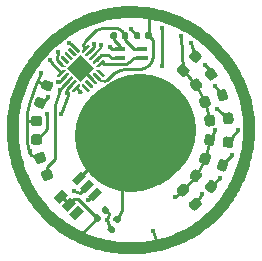
<source format=gtl>
G04 #@! TF.GenerationSoftware,KiCad,Pcbnew,(5.1.8)-1*
G04 #@! TF.CreationDate,2021-06-14T15:46:15+01:00*
G04 #@! TF.ProjectId,amulet,616d756c-6574-42e6-9b69-6361645f7063,rev?*
G04 #@! TF.SameCoordinates,Original*
G04 #@! TF.FileFunction,Copper,L1,Top*
G04 #@! TF.FilePolarity,Positive*
%FSLAX46Y46*%
G04 Gerber Fmt 4.6, Leading zero omitted, Abs format (unit mm)*
G04 Created by KiCad (PCBNEW (5.1.8)-1) date 2021-06-14 15:46:15*
%MOMM*%
%LPD*%
G01*
G04 APERTURE LIST*
G04 #@! TA.AperFunction,EtchedComponent*
%ADD10C,0.100000*%
G04 #@! TD*
G04 #@! TA.AperFunction,ComponentPad*
%ADD11C,0.850000*%
G04 #@! TD*
G04 #@! TA.AperFunction,SMDPad,CuDef*
%ADD12C,9.500000*%
G04 #@! TD*
G04 #@! TA.AperFunction,SMDPad,CuDef*
%ADD13C,0.100000*%
G04 #@! TD*
G04 #@! TA.AperFunction,SMDPad,CuDef*
%ADD14C,0.300000*%
G04 #@! TD*
G04 #@! TA.AperFunction,SMDPad,CuDef*
%ADD15R,0.900000X0.350000*%
G04 #@! TD*
G04 #@! TA.AperFunction,SMDPad,CuDef*
%ADD16R,1.000000X0.350000*%
G04 #@! TD*
G04 #@! TA.AperFunction,ViaPad*
%ADD17C,0.400000*%
G04 #@! TD*
G04 #@! TA.AperFunction,Conductor*
%ADD18C,0.250000*%
G04 #@! TD*
G04 #@! TA.AperFunction,Conductor*
%ADD19C,0.200000*%
G04 #@! TD*
G04 #@! TA.AperFunction,Conductor*
%ADD20C,0.240000*%
G04 #@! TD*
G04 APERTURE END LIST*
D10*
G04 #@! TO.C,TP1*
G36*
X99994144Y-89500463D02*
G01*
X103924657Y-91351125D01*
X103707689Y-91253061D01*
X103488388Y-91160510D01*
X103266863Y-91073570D01*
X103043226Y-90992340D01*
X102817587Y-90916916D01*
X102590057Y-90847398D01*
X102360748Y-90783882D01*
X102129769Y-90726467D01*
X101897232Y-90675250D01*
X101663248Y-90630330D01*
X101427928Y-90591803D01*
X101191381Y-90559769D01*
X100953720Y-90534324D01*
X100715055Y-90515567D01*
X100475497Y-90503595D01*
X100235156Y-90498507D01*
X99994144Y-90500400D01*
X99741605Y-90499444D01*
X99489702Y-90506017D01*
X99238568Y-90520013D01*
X98988340Y-90541330D01*
X98739154Y-90569864D01*
X98491143Y-90605512D01*
X98244445Y-90648171D01*
X97999193Y-90697736D01*
X97755524Y-90754104D01*
X97513573Y-90817172D01*
X97273475Y-90886837D01*
X97035365Y-90962994D01*
X96799379Y-91045540D01*
X96565652Y-91134373D01*
X96334319Y-91229387D01*
X96105516Y-91330481D01*
X95879378Y-91437549D01*
X95656040Y-91550490D01*
X95435638Y-91669199D01*
X95218307Y-91793573D01*
X95004182Y-91923508D01*
X94793399Y-92058902D01*
X94586093Y-92199649D01*
X94382400Y-92345648D01*
X94182453Y-92496793D01*
X93986390Y-92652983D01*
X93794346Y-92814113D01*
X93606454Y-92980081D01*
X93422852Y-93150781D01*
X93243674Y-93326112D01*
X93069056Y-93505969D01*
X92899133Y-93690249D01*
X92734040Y-93878849D01*
X92573912Y-94071664D01*
X92418886Y-94268592D01*
X92269095Y-94469529D01*
X92124677Y-94674372D01*
X91985765Y-94883017D01*
X91852495Y-95095360D01*
X91725004Y-95311298D01*
X91603424Y-95530728D01*
X91484811Y-95750315D01*
X91373063Y-95972759D01*
X91268149Y-96197900D01*
X91170035Y-96425579D01*
X91078690Y-96655638D01*
X90994080Y-96887917D01*
X90916174Y-97122256D01*
X90844939Y-97358497D01*
X90780343Y-97596480D01*
X90722352Y-97836046D01*
X90670936Y-98077036D01*
X90626060Y-98319291D01*
X90587694Y-98562650D01*
X90555803Y-98806956D01*
X90530357Y-99052049D01*
X90511322Y-99297770D01*
X90498666Y-99543959D01*
X90492357Y-99790457D01*
X90492361Y-100037105D01*
X90498648Y-100283744D01*
X90511184Y-100530214D01*
X90529936Y-100776357D01*
X90554873Y-101022013D01*
X90585962Y-101267023D01*
X90623170Y-101511227D01*
X90666465Y-101754467D01*
X90715815Y-101996583D01*
X90771186Y-102237416D01*
X90832548Y-102476807D01*
X90899867Y-102714596D01*
X90973110Y-102950625D01*
X91052246Y-103184734D01*
X91137242Y-103416763D01*
X91228065Y-103646554D01*
X91324683Y-103873948D01*
X91427064Y-104098785D01*
X91535175Y-104320905D01*
X91648984Y-104540151D01*
X91768457Y-104756362D01*
X91893564Y-104969379D01*
X92024271Y-105179043D01*
X92160546Y-105385195D01*
X92302356Y-105587676D01*
X92449669Y-105786326D01*
X92602453Y-105980986D01*
X92760675Y-106171497D01*
X92924302Y-106357700D01*
X93089629Y-106543685D01*
X93259953Y-106724217D01*
X93435114Y-106899271D01*
X93614955Y-107068825D01*
X93799316Y-107232857D01*
X93988037Y-107391344D01*
X94180960Y-107544262D01*
X94377926Y-107691590D01*
X94578775Y-107833303D01*
X94783348Y-107969380D01*
X94991486Y-108099798D01*
X95203031Y-108224533D01*
X95417822Y-108343564D01*
X95635701Y-108456866D01*
X95856509Y-108564418D01*
X96080087Y-108666197D01*
X96306275Y-108762179D01*
X96534914Y-108852342D01*
X96765845Y-108936663D01*
X96998910Y-109015120D01*
X97233948Y-109087689D01*
X97470802Y-109154348D01*
X97709311Y-109215073D01*
X97949316Y-109269843D01*
X98190659Y-109318634D01*
X98433181Y-109361424D01*
X98676722Y-109398189D01*
X98921123Y-109428907D01*
X99166225Y-109453555D01*
X99411868Y-109472110D01*
X99657895Y-109484550D01*
X99904145Y-109490851D01*
X100150460Y-109490991D01*
X100396680Y-109484947D01*
X100642647Y-109472696D01*
X100888201Y-109454216D01*
X101133182Y-109429483D01*
X101377433Y-109398475D01*
X101620794Y-109361169D01*
X101863105Y-109317542D01*
X102104208Y-109267572D01*
X102343943Y-109211235D01*
X102582151Y-109148508D01*
X102818674Y-109079370D01*
X103053352Y-109003796D01*
X103286026Y-108921765D01*
X103516537Y-108833254D01*
X103744726Y-108738239D01*
X103971206Y-108642534D01*
X104194200Y-108540493D01*
X104413637Y-108432255D01*
X104629448Y-108317959D01*
X104841565Y-108197743D01*
X105049918Y-108071747D01*
X105254437Y-107940109D01*
X105455055Y-107802968D01*
X105651702Y-107660463D01*
X105844309Y-107512732D01*
X106032807Y-107359914D01*
X106217126Y-107202148D01*
X106397198Y-107039572D01*
X106572954Y-106872326D01*
X106744324Y-106700549D01*
X106911239Y-106524378D01*
X107073631Y-106343953D01*
X107231430Y-106159412D01*
X107384567Y-105970895D01*
X107532974Y-105778539D01*
X107676580Y-105582485D01*
X107815317Y-105382870D01*
X107949116Y-105179833D01*
X108077908Y-104973513D01*
X108201624Y-104764049D01*
X108320194Y-104551579D01*
X108433549Y-104336243D01*
X108541621Y-104118179D01*
X108644341Y-103897526D01*
X108741639Y-103674422D01*
X108833446Y-103449007D01*
X108919693Y-103221419D01*
X109000311Y-102991797D01*
X109075231Y-102760279D01*
X109144384Y-102527005D01*
X109207701Y-102292113D01*
X109265112Y-102055741D01*
X109316549Y-101818030D01*
X109361943Y-101579117D01*
X109401224Y-101339141D01*
X109434324Y-101098241D01*
X109461173Y-100856556D01*
X109481702Y-100614224D01*
X109495842Y-100371385D01*
X109503525Y-100128177D01*
X109504680Y-99884738D01*
X109499240Y-99641208D01*
X109487134Y-99397725D01*
X109468294Y-99154428D01*
X109442651Y-98911456D01*
X109416823Y-98671578D01*
X109384117Y-98433203D01*
X109344642Y-98196427D01*
X109298510Y-97961349D01*
X109245832Y-97728067D01*
X109186719Y-97496678D01*
X109121281Y-97267280D01*
X109049629Y-97039971D01*
X108971874Y-96814850D01*
X108888126Y-96592013D01*
X108798498Y-96371558D01*
X108703099Y-96153584D01*
X108602041Y-95938188D01*
X108495433Y-95725469D01*
X108383388Y-95515523D01*
X108266016Y-95308449D01*
X108143428Y-95104345D01*
X108015734Y-94903308D01*
X107883046Y-94705437D01*
X107745474Y-94510829D01*
X107603130Y-94319581D01*
X107456123Y-94131793D01*
X107304566Y-93947561D01*
X107148568Y-93766984D01*
X106988240Y-93590159D01*
X106823695Y-93417185D01*
X106655041Y-93248158D01*
X106482391Y-93083178D01*
X106305854Y-92922341D01*
X106125543Y-92765746D01*
X105941567Y-92613490D01*
X105754037Y-92465671D01*
X105563065Y-92322388D01*
X105368762Y-92183737D01*
X105171237Y-92049818D01*
X104970602Y-91920727D01*
X104766968Y-91796562D01*
X104560446Y-91677422D01*
X104351146Y-91563404D01*
X104139179Y-91454606D01*
X103924657Y-91351125D01*
X99994144Y-89500463D01*
X100239800Y-89503239D01*
X100485320Y-89511834D01*
X100730570Y-89526203D01*
X100981198Y-89542791D01*
X101230807Y-89566029D01*
X101479292Y-89595829D01*
X101726551Y-89632102D01*
X101972479Y-89674758D01*
X102216973Y-89723709D01*
X102459930Y-89778865D01*
X102701246Y-89840137D01*
X102940818Y-89907436D01*
X103178542Y-89980673D01*
X103414314Y-90059759D01*
X103648032Y-90144605D01*
X103879591Y-90235122D01*
X104108889Y-90331220D01*
X104335821Y-90432811D01*
X104560284Y-90539805D01*
X104782175Y-90652114D01*
X105001390Y-90769648D01*
X105217826Y-90892318D01*
X105431379Y-91020035D01*
X105641946Y-91152710D01*
X105849423Y-91290255D01*
X106053707Y-91432578D01*
X106254694Y-91579593D01*
X106452280Y-91731209D01*
X106646363Y-91887338D01*
X106836838Y-92047890D01*
X107023603Y-92212776D01*
X107206553Y-92381908D01*
X107385586Y-92555195D01*
X107560597Y-92732550D01*
X107731484Y-92913883D01*
X107898142Y-93099104D01*
X108060469Y-93288125D01*
X108218360Y-93480857D01*
X108371713Y-93677211D01*
X108520423Y-93877097D01*
X108664388Y-94080426D01*
X108803503Y-94287109D01*
X108937666Y-94497058D01*
X109066772Y-94710183D01*
X109190719Y-94926395D01*
X109309403Y-95145604D01*
X109422719Y-95367723D01*
X109530566Y-95592661D01*
X109632839Y-95820330D01*
X109729435Y-96050640D01*
X109820250Y-96283503D01*
X109909296Y-96514559D01*
X109991988Y-96747394D01*
X110068365Y-96981886D01*
X110138468Y-97217908D01*
X110202336Y-97455338D01*
X110260008Y-97694051D01*
X110311526Y-97933923D01*
X110356927Y-98174829D01*
X110396253Y-98416646D01*
X110429543Y-98659249D01*
X110456836Y-98902514D01*
X110478173Y-99146317D01*
X110493593Y-99390533D01*
X110503136Y-99635039D01*
X110506842Y-99879710D01*
X110504750Y-100124423D01*
X110496901Y-100369052D01*
X110483334Y-100613473D01*
X110464088Y-100857564D01*
X110439204Y-101101198D01*
X110408722Y-101344252D01*
X110372681Y-101586603D01*
X110331120Y-101828125D01*
X110284080Y-102068694D01*
X110231601Y-102308187D01*
X110173722Y-102546479D01*
X110110483Y-102783446D01*
X110041923Y-103018963D01*
X109968084Y-103252907D01*
X109889003Y-103485154D01*
X109804722Y-103715578D01*
X109715279Y-103944056D01*
X109620715Y-104170464D01*
X109521069Y-104394678D01*
X109416381Y-104616573D01*
X109306692Y-104836024D01*
X109192040Y-105052909D01*
X109072465Y-105267103D01*
X108948008Y-105478481D01*
X108818707Y-105686919D01*
X108684603Y-105892294D01*
X108545736Y-106094480D01*
X108402145Y-106293354D01*
X108253871Y-106488792D01*
X108100952Y-106680669D01*
X107943428Y-106868861D01*
X107781340Y-107053245D01*
X107614727Y-107233695D01*
X107443629Y-107410087D01*
X107268085Y-107582298D01*
X107088137Y-107750203D01*
X106904259Y-107920566D01*
X106716276Y-108085548D01*
X106524322Y-108245139D01*
X106328533Y-108399332D01*
X106129043Y-108548116D01*
X105925987Y-108691484D01*
X105719501Y-108829426D01*
X105509719Y-108961934D01*
X105296776Y-109089000D01*
X105080807Y-109210614D01*
X104861948Y-109326768D01*
X104640332Y-109437453D01*
X104416096Y-109542660D01*
X104189374Y-109642381D01*
X103960301Y-109736606D01*
X103729012Y-109825328D01*
X103495641Y-109908537D01*
X103260325Y-109986225D01*
X103023198Y-110058382D01*
X102784395Y-110125001D01*
X102544050Y-110186073D01*
X102302300Y-110241588D01*
X102059278Y-110291538D01*
X101815120Y-110335914D01*
X101569960Y-110374708D01*
X101323935Y-110407911D01*
X101077178Y-110435514D01*
X100829824Y-110457508D01*
X100582010Y-110473885D01*
X100333868Y-110484636D01*
X100085536Y-110489751D01*
X99837147Y-110489224D01*
X99588836Y-110483044D01*
X99340739Y-110471203D01*
X99092991Y-110453692D01*
X98845725Y-110430503D01*
X98599078Y-110401627D01*
X98353185Y-110367055D01*
X98108180Y-110326778D01*
X97864198Y-110280787D01*
X97621374Y-110229075D01*
X97379843Y-110171631D01*
X97139741Y-110108449D01*
X96901202Y-110039517D01*
X96664361Y-109964829D01*
X96429353Y-109884375D01*
X96196313Y-109798147D01*
X95965376Y-109706135D01*
X95736677Y-109608331D01*
X95510351Y-109504727D01*
X95286533Y-109395313D01*
X95064710Y-109285920D01*
X94846382Y-109170918D01*
X94631601Y-109050424D01*
X94420419Y-108924557D01*
X94212888Y-108793437D01*
X94009061Y-108657181D01*
X93808991Y-108515908D01*
X93612728Y-108369737D01*
X93420326Y-108218787D01*
X93231836Y-108063175D01*
X93047311Y-107903021D01*
X92866804Y-107738442D01*
X92690366Y-107569559D01*
X92518049Y-107396488D01*
X92349906Y-107219350D01*
X92185989Y-107038261D01*
X92026350Y-106853342D01*
X91871042Y-106664710D01*
X91720116Y-106472485D01*
X91573625Y-106276784D01*
X91431621Y-106077726D01*
X91294157Y-105875430D01*
X91161284Y-105670015D01*
X91033055Y-105461599D01*
X90909522Y-105250300D01*
X90790737Y-105036238D01*
X90676752Y-104819530D01*
X90567621Y-104600296D01*
X90463394Y-104378654D01*
X90364124Y-104154722D01*
X90269864Y-103928619D01*
X90180665Y-103700464D01*
X90096580Y-103470376D01*
X90017661Y-103238472D01*
X89943960Y-103004871D01*
X89875530Y-102769693D01*
X89812422Y-102533055D01*
X89754690Y-102295077D01*
X89702384Y-102055876D01*
X89655558Y-101815572D01*
X89614263Y-101574282D01*
X89578552Y-101332126D01*
X89548478Y-101089223D01*
X89524091Y-100845690D01*
X89505445Y-100601646D01*
X89492592Y-100357210D01*
X89485584Y-100112500D01*
X89484473Y-99867636D01*
X89489311Y-99622735D01*
X89500151Y-99377916D01*
X89517044Y-99133298D01*
X89540044Y-98889000D01*
X89569202Y-98645139D01*
X89604570Y-98401835D01*
X89639758Y-98161689D01*
X89681170Y-97923107D01*
X89728712Y-97686169D01*
X89782291Y-97450955D01*
X89841811Y-97217545D01*
X89907180Y-96986020D01*
X89978302Y-96756460D01*
X90055083Y-96528944D01*
X90137430Y-96303553D01*
X90225248Y-96080367D01*
X90318443Y-95859466D01*
X90416920Y-95640930D01*
X90520585Y-95424840D01*
X90629345Y-95211275D01*
X90743105Y-95000315D01*
X90861771Y-94792041D01*
X90985248Y-94586533D01*
X91113442Y-94383871D01*
X91246260Y-94184135D01*
X91383606Y-93987405D01*
X91525388Y-93793762D01*
X91671510Y-93603284D01*
X91821878Y-93416054D01*
X91976398Y-93232150D01*
X92134977Y-93051652D01*
X92297519Y-92874642D01*
X92463930Y-92701199D01*
X92634117Y-92531403D01*
X92807985Y-92365334D01*
X92985440Y-92203072D01*
X93166387Y-92044698D01*
X93350733Y-91890292D01*
X93538384Y-91739933D01*
X93729244Y-91593703D01*
X93923220Y-91451680D01*
X94120218Y-91313945D01*
X94320143Y-91180579D01*
X94522902Y-91051661D01*
X94728400Y-90927272D01*
X94936542Y-90807491D01*
X95147235Y-90692399D01*
X95360385Y-90582075D01*
X95575896Y-90476601D01*
X95793676Y-90376056D01*
X96013629Y-90280520D01*
X96235662Y-90190074D01*
X96459681Y-90104796D01*
X96685591Y-90024769D01*
X96913297Y-89950071D01*
X97142707Y-89880783D01*
X97373725Y-89816985D01*
X97606257Y-89758758D01*
X97840209Y-89706180D01*
X98075488Y-89659333D01*
X98311998Y-89618296D01*
X98549646Y-89583150D01*
X98788337Y-89553974D01*
X99027977Y-89530849D01*
X99268472Y-89513855D01*
X99509728Y-89503073D01*
X99751650Y-89498581D01*
X99994144Y-89500461D01*
X99994144Y-89500463D01*
G37*
G04 #@! TD*
D11*
G04 #@! TO.P,REF\u002A\u002A,1*
G04 #@! TO.N,VDD*
X90000000Y-100000000D03*
G04 #@! TD*
G04 #@! TO.P,REF\u002A\u002A,1*
G04 #@! TO.N,VDD*
X110000000Y-100000000D03*
G04 #@! TD*
G04 #@! TO.P,D9,2*
G04 #@! TO.N,Net-(D1-Pad2)*
G04 #@! TA.AperFunction,SMDPad,CuDef*
G36*
G01*
X92238281Y-97163828D02*
X92711769Y-97359953D01*
G75*
G02*
X92830156Y-97645764I-83712J-202099D01*
G01*
X92662732Y-98049961D01*
G75*
G02*
X92376921Y-98168348I-202099J83712D01*
G01*
X91903433Y-97972223D01*
G75*
G02*
X91785046Y-97686412I83712J202099D01*
G01*
X91952470Y-97282215D01*
G75*
G02*
X92238281Y-97163828I202099J-83712D01*
G01*
G37*
G04 #@! TD.AperFunction*
G04 #@! TO.P,D9,1*
G04 #@! TO.N,/PA6*
G04 #@! TA.AperFunction,SMDPad,CuDef*
G36*
G01*
X92841007Y-95708718D02*
X93314495Y-95904843D01*
G75*
G02*
X93432882Y-96190654I-83712J-202099D01*
G01*
X93265458Y-96594851D01*
G75*
G02*
X92979647Y-96713238I-202099J83712D01*
G01*
X92506159Y-96517113D01*
G75*
G02*
X92387772Y-96231302I83712J202099D01*
G01*
X92555196Y-95827105D01*
G75*
G02*
X92841007Y-95708718I202099J-83712D01*
G01*
G37*
G04 #@! TD.AperFunction*
G04 #@! TD*
G04 #@! TO.P,D11,1*
G04 #@! TO.N,/PA6*
G04 #@! TA.AperFunction,SMDPad,CuDef*
G36*
G01*
X91903433Y-102027778D02*
X92376921Y-101831653D01*
G75*
G02*
X92662732Y-101950040I83712J-202099D01*
G01*
X92830156Y-102354237D01*
G75*
G02*
X92711769Y-102640048I-202099J-83712D01*
G01*
X92238281Y-102836173D01*
G75*
G02*
X91952470Y-102717786I-83712J202099D01*
G01*
X91785046Y-102313589D01*
G75*
G02*
X91903433Y-102027778I202099J83712D01*
G01*
G37*
G04 #@! TD.AperFunction*
G04 #@! TO.P,D11,2*
G04 #@! TO.N,Net-(D11-Pad2)*
G04 #@! TA.AperFunction,SMDPad,CuDef*
G36*
G01*
X92506159Y-103482888D02*
X92979647Y-103286763D01*
G75*
G02*
X93265458Y-103405150I83712J-202099D01*
G01*
X93432882Y-103809347D01*
G75*
G02*
X93314495Y-104095158I-202099J-83712D01*
G01*
X92841007Y-104291283D01*
G75*
G02*
X92555196Y-104172896I-83712J202099D01*
G01*
X92387772Y-103768699D01*
G75*
G02*
X92506159Y-103482888I202099J83712D01*
G01*
G37*
G04 #@! TD.AperFunction*
G04 #@! TD*
D12*
G04 #@! TO.P,TP3,1*
G04 #@! TO.N,/CapSense*
X100800000Y-100000000D03*
G04 #@! TD*
G04 #@! TA.AperFunction,SMDPad,CuDef*
D13*
G04 #@! TO.P,U2,5*
G04 #@! TO.N,VDD*
G36*
X94867140Y-105673241D02*
G01*
X95326759Y-106132860D01*
X94577226Y-106882393D01*
X94117607Y-106422774D01*
X94867140Y-105673241D01*
G37*
G04 #@! TD.AperFunction*
G04 #@! TA.AperFunction,SMDPad,CuDef*
G04 #@! TO.P,U2,6*
G04 #@! TO.N,Net-(U2-Pad6)*
G36*
X95538891Y-106344993D02*
G01*
X95998510Y-106804612D01*
X95248977Y-107554145D01*
X94789358Y-107094526D01*
X95538891Y-106344993D01*
G37*
G04 #@! TD.AperFunction*
G04 #@! TA.AperFunction,SMDPad,CuDef*
G04 #@! TO.P,U2,4*
G04 #@! TO.N,VDD*
G36*
X94195388Y-105001490D02*
G01*
X94655007Y-105461109D01*
X93905474Y-106210642D01*
X93445855Y-105751023D01*
X94195388Y-105001490D01*
G37*
G04 #@! TD.AperFunction*
G04 #@! TA.AperFunction,SMDPad,CuDef*
G04 #@! TO.P,U2,3*
G04 #@! TO.N,/CapSense*
G36*
X95751023Y-103445855D02*
G01*
X96210642Y-103905474D01*
X95461109Y-104655007D01*
X95001490Y-104195388D01*
X95751023Y-103445855D01*
G37*
G04 #@! TD.AperFunction*
G04 #@! TA.AperFunction,SMDPad,CuDef*
G04 #@! TO.P,U2,2*
G04 #@! TO.N,GND*
G36*
X96422774Y-104117607D02*
G01*
X96882393Y-104577226D01*
X96132860Y-105326759D01*
X95673241Y-104867140D01*
X96422774Y-104117607D01*
G37*
G04 #@! TD.AperFunction*
G04 #@! TA.AperFunction,SMDPad,CuDef*
G04 #@! TO.P,U2,1*
G04 #@! TO.N,/BUTTON*
G36*
X97094526Y-104789358D02*
G01*
X97554145Y-105248977D01*
X96804612Y-105998510D01*
X96344993Y-105538891D01*
X97094526Y-104789358D01*
G37*
G04 #@! TD.AperFunction*
G04 #@! TD*
G04 #@! TA.AperFunction,SMDPad,CuDef*
G04 #@! TO.P,U1,21*
G04 #@! TO.N,GND*
G36*
X95750000Y-95881371D02*
G01*
X94618629Y-94750000D01*
X95750000Y-93618629D01*
X96881371Y-94750000D01*
X95750000Y-95881371D01*
G37*
G04 #@! TD.AperFunction*
G04 #@! TA.AperFunction,SMDPad,CuDef*
G04 #@! TO.P,U1,20*
G04 #@! TO.N,/PA5*
G36*
X93848389Y-94001319D02*
G01*
X93857033Y-93996699D01*
X93866413Y-93993854D01*
X93876167Y-93992893D01*
X93885921Y-93993854D01*
X93895301Y-93996699D01*
X93903945Y-94001319D01*
X93911522Y-94007538D01*
X94441852Y-94537868D01*
X94448071Y-94545445D01*
X94452691Y-94554089D01*
X94455536Y-94563469D01*
X94456497Y-94573223D01*
X94455536Y-94582977D01*
X94452691Y-94592357D01*
X94448071Y-94601001D01*
X94441852Y-94608578D01*
X94421142Y-94629289D01*
X94413565Y-94635507D01*
X94404921Y-94640127D01*
X94395540Y-94642973D01*
X94385787Y-94643933D01*
X94215075Y-94643933D01*
X94205322Y-94642973D01*
X94195941Y-94640127D01*
X94187297Y-94635507D01*
X94179720Y-94629289D01*
X93734746Y-94184314D01*
X93728527Y-94176737D01*
X93723907Y-94168093D01*
X93721062Y-94158713D01*
X93720101Y-94148959D01*
X93721062Y-94139205D01*
X93723907Y-94129825D01*
X93728527Y-94121181D01*
X93734746Y-94113604D01*
X93840812Y-94007538D01*
X93848389Y-94001319D01*
G37*
G04 #@! TD.AperFunction*
G04 #@! TO.P,U1,19*
G04 #@! TO.N,Net-(U1-Pad19)*
G04 #@! TA.AperFunction,SMDPad,CuDef*
G36*
G01*
X94574435Y-94387607D02*
X94061783Y-93874955D01*
G75*
G02*
X94061783Y-93786567I44194J44194D01*
G01*
X94150171Y-93698179D01*
G75*
G02*
X94238559Y-93698179I44194J-44194D01*
G01*
X94751211Y-94210831D01*
G75*
G02*
X94751211Y-94299219I-44194J-44194D01*
G01*
X94662823Y-94387607D01*
G75*
G02*
X94574435Y-94387607I-44194J44194D01*
G01*
G37*
G04 #@! TD.AperFunction*
G04 #@! TO.P,U1,18*
G04 #@! TO.N,Net-(U1-Pad18)*
G04 #@! TA.AperFunction,SMDPad,CuDef*
G36*
G01*
X94892633Y-94069409D02*
X94379981Y-93556757D01*
G75*
G02*
X94379981Y-93468369I44194J44194D01*
G01*
X94468369Y-93379981D01*
G75*
G02*
X94556757Y-93379981I44194J-44194D01*
G01*
X95069409Y-93892633D01*
G75*
G02*
X95069409Y-93981021I-44194J-44194D01*
G01*
X94981021Y-94069409D01*
G75*
G02*
X94892633Y-94069409I-44194J44194D01*
G01*
G37*
G04 #@! TD.AperFunction*
G04 #@! TO.P,U1,17*
G04 #@! TO.N,Net-(U1-Pad17)*
G04 #@! TA.AperFunction,SMDPad,CuDef*
G36*
G01*
X95210831Y-93751211D02*
X94698179Y-93238559D01*
G75*
G02*
X94698179Y-93150171I44194J44194D01*
G01*
X94786567Y-93061783D01*
G75*
G02*
X94874955Y-93061783I44194J-44194D01*
G01*
X95387607Y-93574435D01*
G75*
G02*
X95387607Y-93662823I-44194J-44194D01*
G01*
X95299219Y-93751211D01*
G75*
G02*
X95210831Y-93751211I-44194J44194D01*
G01*
G37*
G04 #@! TD.AperFunction*
G04 #@! TA.AperFunction,SMDPad,CuDef*
G04 #@! TO.P,U1,16*
G04 #@! TO.N,/PA6*
G36*
X95121181Y-92728527D02*
G01*
X95129825Y-92723907D01*
X95139205Y-92721062D01*
X95148959Y-92720101D01*
X95158713Y-92721062D01*
X95168093Y-92723907D01*
X95176737Y-92728527D01*
X95184314Y-92734746D01*
X95629289Y-93179720D01*
X95635507Y-93187297D01*
X95640127Y-93195941D01*
X95642973Y-93205322D01*
X95643933Y-93215075D01*
X95643933Y-93385787D01*
X95642973Y-93395540D01*
X95640127Y-93404921D01*
X95635507Y-93413565D01*
X95629289Y-93421142D01*
X95608578Y-93441852D01*
X95601001Y-93448071D01*
X95592357Y-93452691D01*
X95582977Y-93455536D01*
X95573223Y-93456497D01*
X95563469Y-93455536D01*
X95554089Y-93452691D01*
X95545445Y-93448071D01*
X95537868Y-93441852D01*
X95007538Y-92911522D01*
X95001319Y-92903945D01*
X94996699Y-92895301D01*
X94993854Y-92885921D01*
X94992893Y-92876167D01*
X94993854Y-92866413D01*
X94996699Y-92857033D01*
X95001319Y-92848389D01*
X95007538Y-92840812D01*
X95113604Y-92734746D01*
X95121181Y-92728527D01*
G37*
G04 #@! TD.AperFunction*
G04 #@! TA.AperFunction,SMDPad,CuDef*
G04 #@! TO.P,U1,15*
G04 #@! TO.N,/VEML6075_Power*
G36*
X96323263Y-92728527D02*
G01*
X96331907Y-92723907D01*
X96341287Y-92721062D01*
X96351041Y-92720101D01*
X96360795Y-92721062D01*
X96370175Y-92723907D01*
X96378819Y-92728527D01*
X96386396Y-92734746D01*
X96492462Y-92840812D01*
X96498681Y-92848389D01*
X96503301Y-92857033D01*
X96506146Y-92866413D01*
X96507107Y-92876167D01*
X96506146Y-92885921D01*
X96503301Y-92895301D01*
X96498681Y-92903945D01*
X96492462Y-92911522D01*
X95962132Y-93441852D01*
X95954555Y-93448071D01*
X95945911Y-93452691D01*
X95936531Y-93455536D01*
X95926777Y-93456497D01*
X95917023Y-93455536D01*
X95907643Y-93452691D01*
X95898999Y-93448071D01*
X95891422Y-93441852D01*
X95870711Y-93421142D01*
X95864493Y-93413565D01*
X95859873Y-93404921D01*
X95857027Y-93395540D01*
X95856067Y-93385787D01*
X95856067Y-93215075D01*
X95857027Y-93205322D01*
X95859873Y-93195941D01*
X95864493Y-93187297D01*
X95870711Y-93179720D01*
X96315686Y-92734746D01*
X96323263Y-92728527D01*
G37*
G04 #@! TD.AperFunction*
G04 #@! TO.P,U1,14*
G04 #@! TO.N,/BUTTON*
G04 #@! TA.AperFunction,SMDPad,CuDef*
G36*
G01*
X96200781Y-93751211D02*
X96112393Y-93662823D01*
G75*
G02*
X96112393Y-93574435I44194J44194D01*
G01*
X96625045Y-93061783D01*
G75*
G02*
X96713433Y-93061783I44194J-44194D01*
G01*
X96801821Y-93150171D01*
G75*
G02*
X96801821Y-93238559I-44194J-44194D01*
G01*
X96289169Y-93751211D01*
G75*
G02*
X96200781Y-93751211I-44194J44194D01*
G01*
G37*
G04 #@! TD.AperFunction*
G04 #@! TO.P,U1,13*
G04 #@! TO.N,Net-(TP4-Pad1)*
G04 #@! TA.AperFunction,SMDPad,CuDef*
G36*
G01*
X96518979Y-94069409D02*
X96430591Y-93981021D01*
G75*
G02*
X96430591Y-93892633I44194J44194D01*
G01*
X96943243Y-93379981D01*
G75*
G02*
X97031631Y-93379981I44194J-44194D01*
G01*
X97120019Y-93468369D01*
G75*
G02*
X97120019Y-93556757I-44194J-44194D01*
G01*
X96607367Y-94069409D01*
G75*
G02*
X96518979Y-94069409I-44194J44194D01*
G01*
G37*
G04 #@! TD.AperFunction*
G04 #@! TO.P,U1,12*
G04 #@! TO.N,/SDA*
G04 #@! TA.AperFunction,SMDPad,CuDef*
G36*
G01*
X96837177Y-94387607D02*
X96748789Y-94299219D01*
G75*
G02*
X96748789Y-94210831I44194J44194D01*
G01*
X97261441Y-93698179D01*
G75*
G02*
X97349829Y-93698179I44194J-44194D01*
G01*
X97438217Y-93786567D01*
G75*
G02*
X97438217Y-93874955I-44194J-44194D01*
G01*
X96925565Y-94387607D01*
G75*
G02*
X96837177Y-94387607I-44194J44194D01*
G01*
G37*
G04 #@! TD.AperFunction*
G04 #@! TA.AperFunction,SMDPad,CuDef*
G04 #@! TO.P,U1,11*
G04 #@! TO.N,/SCL*
G36*
X97596055Y-94001319D02*
G01*
X97604699Y-93996699D01*
X97614079Y-93993854D01*
X97623833Y-93992893D01*
X97633587Y-93993854D01*
X97642967Y-93996699D01*
X97651611Y-94001319D01*
X97659188Y-94007538D01*
X97765254Y-94113604D01*
X97771473Y-94121181D01*
X97776093Y-94129825D01*
X97778938Y-94139205D01*
X97779899Y-94148959D01*
X97778938Y-94158713D01*
X97776093Y-94168093D01*
X97771473Y-94176737D01*
X97765254Y-94184314D01*
X97320280Y-94629289D01*
X97312703Y-94635507D01*
X97304059Y-94640127D01*
X97294678Y-94642973D01*
X97284925Y-94643933D01*
X97114213Y-94643933D01*
X97104460Y-94642973D01*
X97095079Y-94640127D01*
X97086435Y-94635507D01*
X97078858Y-94629289D01*
X97058148Y-94608578D01*
X97051929Y-94601001D01*
X97047309Y-94592357D01*
X97044464Y-94582977D01*
X97043503Y-94573223D01*
X97044464Y-94563469D01*
X97047309Y-94554089D01*
X97051929Y-94545445D01*
X97058148Y-94537868D01*
X97588478Y-94007538D01*
X97596055Y-94001319D01*
G37*
G04 #@! TD.AperFunction*
G04 #@! TA.AperFunction,SMDPad,CuDef*
G04 #@! TO.P,U1,10*
G04 #@! TO.N,Net-(U1-Pad10)*
G36*
X97086435Y-94864493D02*
G01*
X97095079Y-94859873D01*
X97104460Y-94857027D01*
X97114213Y-94856067D01*
X97284925Y-94856067D01*
X97294678Y-94857027D01*
X97304059Y-94859873D01*
X97312703Y-94864493D01*
X97320280Y-94870711D01*
X97765254Y-95315686D01*
X97771473Y-95323263D01*
X97776093Y-95331907D01*
X97778938Y-95341287D01*
X97779899Y-95351041D01*
X97778938Y-95360795D01*
X97776093Y-95370175D01*
X97771473Y-95378819D01*
X97765254Y-95386396D01*
X97659188Y-95492462D01*
X97651611Y-95498681D01*
X97642967Y-95503301D01*
X97633587Y-95506146D01*
X97623833Y-95507107D01*
X97614079Y-95506146D01*
X97604699Y-95503301D01*
X97596055Y-95498681D01*
X97588478Y-95492462D01*
X97058148Y-94962132D01*
X97051929Y-94954555D01*
X97047309Y-94945911D01*
X97044464Y-94936531D01*
X97043503Y-94926777D01*
X97044464Y-94917023D01*
X97047309Y-94907643D01*
X97051929Y-94898999D01*
X97058148Y-94891422D01*
X97078858Y-94870711D01*
X97086435Y-94864493D01*
G37*
G04 #@! TD.AperFunction*
G04 #@! TO.P,U1,9*
G04 #@! TO.N,VDD*
G04 #@! TA.AperFunction,SMDPad,CuDef*
G36*
G01*
X97261441Y-95801821D02*
X96748789Y-95289169D01*
G75*
G02*
X96748789Y-95200781I44194J44194D01*
G01*
X96837177Y-95112393D01*
G75*
G02*
X96925565Y-95112393I44194J-44194D01*
G01*
X97438217Y-95625045D01*
G75*
G02*
X97438217Y-95713433I-44194J-44194D01*
G01*
X97349829Y-95801821D01*
G75*
G02*
X97261441Y-95801821I-44194J44194D01*
G01*
G37*
G04 #@! TD.AperFunction*
G04 #@! TO.P,U1,8*
G04 #@! TO.N,GND*
G04 #@! TA.AperFunction,SMDPad,CuDef*
G36*
G01*
X96943243Y-96120019D02*
X96430591Y-95607367D01*
G75*
G02*
X96430591Y-95518979I44194J44194D01*
G01*
X96518979Y-95430591D01*
G75*
G02*
X96607367Y-95430591I44194J-44194D01*
G01*
X97120019Y-95943243D01*
G75*
G02*
X97120019Y-96031631I-44194J-44194D01*
G01*
X97031631Y-96120019D01*
G75*
G02*
X96943243Y-96120019I-44194J44194D01*
G01*
G37*
G04 #@! TD.AperFunction*
G04 #@! TO.P,U1,7*
G04 #@! TO.N,Net-(U1-Pad7)*
G04 #@! TA.AperFunction,SMDPad,CuDef*
G36*
G01*
X96625045Y-96438217D02*
X96112393Y-95925565D01*
G75*
G02*
X96112393Y-95837177I44194J44194D01*
G01*
X96200781Y-95748789D01*
G75*
G02*
X96289169Y-95748789I44194J-44194D01*
G01*
X96801821Y-96261441D01*
G75*
G02*
X96801821Y-96349829I-44194J-44194D01*
G01*
X96713433Y-96438217D01*
G75*
G02*
X96625045Y-96438217I-44194J44194D01*
G01*
G37*
G04 #@! TD.AperFunction*
G04 #@! TA.AperFunction,SMDPad,CuDef*
G04 #@! TO.P,U1,6*
G04 #@! TO.N,Net-(U1-Pad6)*
G36*
X95898999Y-96051929D02*
G01*
X95907643Y-96047309D01*
X95917023Y-96044464D01*
X95926777Y-96043503D01*
X95936531Y-96044464D01*
X95945911Y-96047309D01*
X95954555Y-96051929D01*
X95962132Y-96058148D01*
X96492462Y-96588478D01*
X96498681Y-96596055D01*
X96503301Y-96604699D01*
X96506146Y-96614079D01*
X96507107Y-96623833D01*
X96506146Y-96633587D01*
X96503301Y-96642967D01*
X96498681Y-96651611D01*
X96492462Y-96659188D01*
X96386396Y-96765254D01*
X96378819Y-96771473D01*
X96370175Y-96776093D01*
X96360795Y-96778938D01*
X96351041Y-96779899D01*
X96341287Y-96778938D01*
X96331907Y-96776093D01*
X96323263Y-96771473D01*
X96315686Y-96765254D01*
X95870711Y-96320280D01*
X95864493Y-96312703D01*
X95859873Y-96304059D01*
X95857027Y-96294678D01*
X95856067Y-96284925D01*
X95856067Y-96114213D01*
X95857027Y-96104460D01*
X95859873Y-96095079D01*
X95864493Y-96086435D01*
X95870711Y-96078858D01*
X95891422Y-96058148D01*
X95898999Y-96051929D01*
G37*
G04 #@! TD.AperFunction*
G04 #@! TA.AperFunction,SMDPad,CuDef*
G04 #@! TO.P,U1,5*
G04 #@! TO.N,Net-(D1-Pad2)*
G36*
X95545445Y-96051929D02*
G01*
X95554089Y-96047309D01*
X95563469Y-96044464D01*
X95573223Y-96043503D01*
X95582977Y-96044464D01*
X95592357Y-96047309D01*
X95601001Y-96051929D01*
X95608578Y-96058148D01*
X95629289Y-96078858D01*
X95635507Y-96086435D01*
X95640127Y-96095079D01*
X95642973Y-96104460D01*
X95643933Y-96114213D01*
X95643933Y-96284925D01*
X95642973Y-96294678D01*
X95640127Y-96304059D01*
X95635507Y-96312703D01*
X95629289Y-96320280D01*
X95184314Y-96765254D01*
X95176737Y-96771473D01*
X95168093Y-96776093D01*
X95158713Y-96778938D01*
X95148959Y-96779899D01*
X95139205Y-96778938D01*
X95129825Y-96776093D01*
X95121181Y-96771473D01*
X95113604Y-96765254D01*
X95007538Y-96659188D01*
X95001319Y-96651611D01*
X94996699Y-96642967D01*
X94993854Y-96633587D01*
X94992893Y-96623833D01*
X94993854Y-96614079D01*
X94996699Y-96604699D01*
X95001319Y-96596055D01*
X95007538Y-96588478D01*
X95537868Y-96058148D01*
X95545445Y-96051929D01*
G37*
G04 #@! TD.AperFunction*
G04 #@! TO.P,U1,4*
G04 #@! TO.N,Net-(D10-Pad2)*
G04 #@! TA.AperFunction,SMDPad,CuDef*
G36*
G01*
X94786567Y-96438217D02*
X94698179Y-96349829D01*
G75*
G02*
X94698179Y-96261441I44194J44194D01*
G01*
X95210831Y-95748789D01*
G75*
G02*
X95299219Y-95748789I44194J-44194D01*
G01*
X95387607Y-95837177D01*
G75*
G02*
X95387607Y-95925565I-44194J-44194D01*
G01*
X94874955Y-96438217D01*
G75*
G02*
X94786567Y-96438217I-44194J44194D01*
G01*
G37*
G04 #@! TD.AperFunction*
G04 #@! TO.P,U1,3*
G04 #@! TO.N,Net-(D11-Pad2)*
G04 #@! TA.AperFunction,SMDPad,CuDef*
G36*
G01*
X94468369Y-96120019D02*
X94379981Y-96031631D01*
G75*
G02*
X94379981Y-95943243I44194J44194D01*
G01*
X94892633Y-95430591D01*
G75*
G02*
X94981021Y-95430591I44194J-44194D01*
G01*
X95069409Y-95518979D01*
G75*
G02*
X95069409Y-95607367I-44194J-44194D01*
G01*
X94556757Y-96120019D01*
G75*
G02*
X94468369Y-96120019I-44194J44194D01*
G01*
G37*
G04 #@! TD.AperFunction*
G04 #@! TO.P,U1,2*
G04 #@! TO.N,Net-(D4-Pad2)*
G04 #@! TA.AperFunction,SMDPad,CuDef*
G36*
G01*
X94150171Y-95801821D02*
X94061783Y-95713433D01*
G75*
G02*
X94061783Y-95625045I44194J44194D01*
G01*
X94574435Y-95112393D01*
G75*
G02*
X94662823Y-95112393I44194J-44194D01*
G01*
X94751211Y-95200781D01*
G75*
G02*
X94751211Y-95289169I-44194J-44194D01*
G01*
X94238559Y-95801821D01*
G75*
G02*
X94150171Y-95801821I-44194J44194D01*
G01*
G37*
G04 #@! TD.AperFunction*
G04 #@! TA.AperFunction,SMDPad,CuDef*
G04 #@! TO.P,U1,1*
G04 #@! TO.N,/PA4*
G36*
X94187297Y-94864493D02*
G01*
X94195941Y-94859873D01*
X94205322Y-94857027D01*
X94215075Y-94856067D01*
X94385787Y-94856067D01*
X94395540Y-94857027D01*
X94404921Y-94859873D01*
X94413565Y-94864493D01*
X94421142Y-94870711D01*
X94441852Y-94891422D01*
X94448071Y-94898999D01*
X94452691Y-94907643D01*
X94455536Y-94917023D01*
X94456497Y-94926777D01*
X94455536Y-94936531D01*
X94452691Y-94945911D01*
X94448071Y-94954555D01*
X94441852Y-94962132D01*
X93911522Y-95492462D01*
X93903945Y-95498681D01*
X93895301Y-95503301D01*
X93885921Y-95506146D01*
X93876167Y-95507107D01*
X93866413Y-95506146D01*
X93857033Y-95503301D01*
X93848389Y-95498681D01*
X93840812Y-95492462D01*
X93734746Y-95386396D01*
X93728527Y-95378819D01*
X93723907Y-95370175D01*
X93721062Y-95360795D01*
X93720101Y-95351041D01*
X93721062Y-95341287D01*
X93723907Y-95331907D01*
X93728527Y-95323263D01*
X93734746Y-95315686D01*
X94179720Y-94870711D01*
X94187297Y-94864493D01*
G37*
G04 #@! TD.AperFunction*
G04 #@! TD*
G04 #@! TO.P,C2,2*
G04 #@! TO.N,/VEML6075_Power*
G04 #@! TA.AperFunction,SMDPad,CuDef*
G36*
G01*
X99200000Y-92170000D02*
X99200000Y-91830000D01*
G75*
G02*
X99340000Y-91690000I140000J0D01*
G01*
X99620000Y-91690000D01*
G75*
G02*
X99760000Y-91830000I0J-140000D01*
G01*
X99760000Y-92170000D01*
G75*
G02*
X99620000Y-92310000I-140000J0D01*
G01*
X99340000Y-92310000D01*
G75*
G02*
X99200000Y-92170000I0J140000D01*
G01*
G37*
G04 #@! TD.AperFunction*
G04 #@! TO.P,C2,1*
G04 #@! TO.N,GND*
G04 #@! TA.AperFunction,SMDPad,CuDef*
G36*
G01*
X98240000Y-92170000D02*
X98240000Y-91830000D01*
G75*
G02*
X98380000Y-91690000I140000J0D01*
G01*
X98660000Y-91690000D01*
G75*
G02*
X98800000Y-91830000I0J-140000D01*
G01*
X98800000Y-92170000D01*
G75*
G02*
X98660000Y-92310000I-140000J0D01*
G01*
X98380000Y-92310000D01*
G75*
G02*
X98240000Y-92170000I0J140000D01*
G01*
G37*
G04 #@! TD.AperFunction*
G04 #@! TD*
G04 #@! TO.P,C1,2*
G04 #@! TO.N,VDD*
G04 #@! TA.AperFunction,SMDPad,CuDef*
G36*
G01*
X101200000Y-92170000D02*
X101200000Y-91830000D01*
G75*
G02*
X101340000Y-91690000I140000J0D01*
G01*
X101620000Y-91690000D01*
G75*
G02*
X101760000Y-91830000I0J-140000D01*
G01*
X101760000Y-92170000D01*
G75*
G02*
X101620000Y-92310000I-140000J0D01*
G01*
X101340000Y-92310000D01*
G75*
G02*
X101200000Y-92170000I0J140000D01*
G01*
G37*
G04 #@! TD.AperFunction*
G04 #@! TO.P,C1,1*
G04 #@! TO.N,GND*
G04 #@! TA.AperFunction,SMDPad,CuDef*
G36*
G01*
X100240000Y-92170000D02*
X100240000Y-91830000D01*
G75*
G02*
X100380000Y-91690000I140000J0D01*
G01*
X100660000Y-91690000D01*
G75*
G02*
X100800000Y-91830000I0J-140000D01*
G01*
X100800000Y-92170000D01*
G75*
G02*
X100660000Y-92310000I-140000J0D01*
G01*
X100380000Y-92310000D01*
G75*
G02*
X100240000Y-92170000I0J140000D01*
G01*
G37*
G04 #@! TD.AperFunction*
G04 #@! TD*
G04 #@! TO.P,C4,2*
G04 #@! TO.N,/CapSense*
G04 #@! TA.AperFunction,SMDPad,CuDef*
G36*
G01*
X98817224Y-107891796D02*
X98522776Y-107721796D01*
G75*
G02*
X98471532Y-107530552I70000J121244D01*
G01*
X98611532Y-107288064D01*
G75*
G02*
X98802776Y-107236820I121244J-70000D01*
G01*
X99097224Y-107406820D01*
G75*
G02*
X99148468Y-107598064I-70000J-121244D01*
G01*
X99008468Y-107840552D01*
G75*
G02*
X98817224Y-107891796I-121244J70000D01*
G01*
G37*
G04 #@! TD.AperFunction*
G04 #@! TO.P,C4,1*
G04 #@! TO.N,GND*
G04 #@! TA.AperFunction,SMDPad,CuDef*
G36*
G01*
X98337224Y-108723180D02*
X98042776Y-108553180D01*
G75*
G02*
X97991532Y-108361936I70000J121244D01*
G01*
X98131532Y-108119448D01*
G75*
G02*
X98322776Y-108068204I121244J-70000D01*
G01*
X98617224Y-108238204D01*
G75*
G02*
X98668468Y-108429448I-70000J-121244D01*
G01*
X98528468Y-108671936D01*
G75*
G02*
X98337224Y-108723180I-121244J70000D01*
G01*
G37*
G04 #@! TD.AperFunction*
G04 #@! TD*
G04 #@! TO.P,C3,2*
G04 #@! TO.N,VDD*
G04 #@! TA.AperFunction,SMDPad,CuDef*
G36*
G01*
X97238371Y-107121213D02*
X97478787Y-107361629D01*
G75*
G02*
X97478787Y-107559619I-98995J-98995D01*
G01*
X97280797Y-107757609D01*
G75*
G02*
X97082807Y-107757609I-98995J98995D01*
G01*
X96842391Y-107517193D01*
G75*
G02*
X96842391Y-107319203I98995J98995D01*
G01*
X97040381Y-107121213D01*
G75*
G02*
X97238371Y-107121213I98995J-98995D01*
G01*
G37*
G04 #@! TD.AperFunction*
G04 #@! TO.P,C3,1*
G04 #@! TO.N,GND*
G04 #@! TA.AperFunction,SMDPad,CuDef*
G36*
G01*
X97917193Y-106442391D02*
X98157609Y-106682807D01*
G75*
G02*
X98157609Y-106880797I-98995J-98995D01*
G01*
X97959619Y-107078787D01*
G75*
G02*
X97761629Y-107078787I-98995J98995D01*
G01*
X97521213Y-106838371D01*
G75*
G02*
X97521213Y-106640381I98995J98995D01*
G01*
X97719203Y-106442391D01*
G75*
G02*
X97917193Y-106442391I98995J-98995D01*
G01*
G37*
G04 #@! TD.AperFunction*
G04 #@! TD*
D12*
G04 #@! TO.P,TP3,1*
G04 #@! TO.N,/CapSense*
X100000000Y-100500000D03*
G04 #@! TD*
D14*
G04 #@! TO.P,TP1,1*
G04 #@! TO.N,VDD*
X100150000Y-90050000D03*
G04 #@! TD*
D15*
G04 #@! TO.P,U3,4*
G04 #@! TO.N,/VEML6075_Power*
X100950000Y-93150000D03*
D16*
G04 #@! TO.P,U3,3*
G04 #@! TO.N,/SCL*
X100900000Y-93850000D03*
D15*
G04 #@! TO.P,U3,2*
G04 #@! TO.N,/SDA*
X99050000Y-93850000D03*
G04 #@! TO.P,U3,1*
G04 #@! TO.N,GND*
X99050000Y-93150000D03*
G04 #@! TD*
G04 #@! TO.P,D10,2*
G04 #@! TO.N,Net-(D10-Pad2)*
G04 #@! TA.AperFunction,SMDPad,CuDef*
G36*
G01*
X91743750Y-100350000D02*
X92256250Y-100350000D01*
G75*
G02*
X92475000Y-100568750I0J-218750D01*
G01*
X92475000Y-101006250D01*
G75*
G02*
X92256250Y-101225000I-218750J0D01*
G01*
X91743750Y-101225000D01*
G75*
G02*
X91525000Y-101006250I0J218750D01*
G01*
X91525000Y-100568750D01*
G75*
G02*
X91743750Y-100350000I218750J0D01*
G01*
G37*
G04 #@! TD.AperFunction*
G04 #@! TO.P,D10,1*
G04 #@! TO.N,/PA6*
G04 #@! TA.AperFunction,SMDPad,CuDef*
G36*
G01*
X91743750Y-98775000D02*
X92256250Y-98775000D01*
G75*
G02*
X92475000Y-98993750I0J-218750D01*
G01*
X92475000Y-99431250D01*
G75*
G02*
X92256250Y-99650000I-218750J0D01*
G01*
X91743750Y-99650000D01*
G75*
G02*
X91525000Y-99431250I0J218750D01*
G01*
X91525000Y-98993750D01*
G75*
G02*
X91743750Y-98775000I218750J0D01*
G01*
G37*
G04 #@! TD.AperFunction*
G04 #@! TD*
G04 #@! TO.P,D8,2*
G04 #@! TO.N,Net-(D4-Pad2)*
G04 #@! TA.AperFunction,SMDPad,CuDef*
G36*
G01*
X105343457Y-94243645D02*
X104956669Y-93907415D01*
G75*
G02*
X104935089Y-93598809I143513J165093D01*
G01*
X105222115Y-93268623D01*
G75*
G02*
X105530721Y-93247043I165093J-143513D01*
G01*
X105917509Y-93583273D01*
G75*
G02*
X105939089Y-93891879I-143513J-165093D01*
G01*
X105652063Y-94222065D01*
G75*
G02*
X105343457Y-94243645I-165093J143513D01*
G01*
G37*
G04 #@! TD.AperFunction*
G04 #@! TO.P,D8,1*
G04 #@! TO.N,/PA5*
G04 #@! TA.AperFunction,SMDPad,CuDef*
G36*
G01*
X104310165Y-95432313D02*
X103923377Y-95096083D01*
G75*
G02*
X103901797Y-94787477I143513J165093D01*
G01*
X104188823Y-94457291D01*
G75*
G02*
X104497429Y-94435711I165093J-143513D01*
G01*
X104884217Y-94771941D01*
G75*
G02*
X104905797Y-95080547I-143513J-165093D01*
G01*
X104618771Y-95410733D01*
G75*
G02*
X104310165Y-95432313I-165093J143513D01*
G01*
G37*
G04 #@! TD.AperFunction*
G04 #@! TD*
G04 #@! TO.P,D7,2*
G04 #@! TO.N,Net-(D11-Pad2)*
G04 #@! TA.AperFunction,SMDPad,CuDef*
G36*
G01*
X106577321Y-95707334D02*
X106283364Y-95287518D01*
G75*
G02*
X106337084Y-94982858I179190J125470D01*
G01*
X106695463Y-94731918D01*
G75*
G02*
X107000123Y-94785638I125470J-179190D01*
G01*
X107294080Y-95205454D01*
G75*
G02*
X107240360Y-95510114I-179190J-125470D01*
G01*
X106881981Y-95761054D01*
G75*
G02*
X106577321Y-95707334I-125470J179190D01*
G01*
G37*
G04 #@! TD.AperFunction*
G04 #@! TO.P,D7,1*
G04 #@! TO.N,/PA5*
G04 #@! TA.AperFunction,SMDPad,CuDef*
G36*
G01*
X105287157Y-96610716D02*
X104993200Y-96190900D01*
G75*
G02*
X105046920Y-95886240I179190J125470D01*
G01*
X105405299Y-95635300D01*
G75*
G02*
X105709959Y-95689020I125470J-179190D01*
G01*
X106003916Y-96108836D01*
G75*
G02*
X105950196Y-96413496I-179190J-125470D01*
G01*
X105591817Y-96664436D01*
G75*
G02*
X105287157Y-96610716I-125470J179190D01*
G01*
G37*
G04 #@! TD.AperFunction*
G04 #@! TD*
G04 #@! TO.P,D6,2*
G04 #@! TO.N,Net-(D10-Pad2)*
G04 #@! TA.AperFunction,SMDPad,CuDef*
G36*
G01*
X107420438Y-97426041D02*
X107236774Y-96947581D01*
G75*
G02*
X107362602Y-96664967I204221J78393D01*
G01*
X107771044Y-96508181D01*
G75*
G02*
X108053658Y-96634009I78393J-204221D01*
G01*
X108237322Y-97112469D01*
G75*
G02*
X108111494Y-97395083I-204221J-78393D01*
G01*
X107703052Y-97551869D01*
G75*
G02*
X107420438Y-97426041I-78393J204221D01*
G01*
G37*
G04 #@! TD.AperFunction*
G04 #@! TO.P,D6,1*
G04 #@! TO.N,/PA5*
G04 #@! TA.AperFunction,SMDPad,CuDef*
G36*
G01*
X105950048Y-97990471D02*
X105766384Y-97512011D01*
G75*
G02*
X105892212Y-97229397I204221J78393D01*
G01*
X106300654Y-97072611D01*
G75*
G02*
X106583268Y-97198439I78393J-204221D01*
G01*
X106766932Y-97676899D01*
G75*
G02*
X106641104Y-97959513I-204221J-78393D01*
G01*
X106232662Y-98116299D01*
G75*
G02*
X105950048Y-97990471I-78393J204221D01*
G01*
G37*
G04 #@! TD.AperFunction*
G04 #@! TD*
G04 #@! TO.P,D5,2*
G04 #@! TO.N,Net-(D1-Pad2)*
G04 #@! TA.AperFunction,SMDPad,CuDef*
G36*
G01*
X107822717Y-99297666D02*
X107760259Y-98788986D01*
G75*
G02*
X107950719Y-98545208I217119J26659D01*
G01*
X108384957Y-98491890D01*
G75*
G02*
X108628735Y-98682350I26659J-217119D01*
G01*
X108691193Y-99191030D01*
G75*
G02*
X108500733Y-99434808I-217119J-26659D01*
G01*
X108066495Y-99488126D01*
G75*
G02*
X107822717Y-99297666I-26659J217119D01*
G01*
G37*
G04 #@! TD.AperFunction*
G04 #@! TO.P,D5,1*
G04 #@! TO.N,/PA5*
G04 #@! TA.AperFunction,SMDPad,CuDef*
G36*
G01*
X106259457Y-99489610D02*
X106196999Y-98980930D01*
G75*
G02*
X106387459Y-98737152I217119J26659D01*
G01*
X106821697Y-98683834D01*
G75*
G02*
X107065475Y-98874294I26659J-217119D01*
G01*
X107127933Y-99382974D01*
G75*
G02*
X106937473Y-99626752I-217119J-26659D01*
G01*
X106503235Y-99680070D01*
G75*
G02*
X106259457Y-99489610I-26659J217119D01*
G01*
G37*
G04 #@! TD.AperFunction*
G04 #@! TD*
G04 #@! TO.P,D4,2*
G04 #@! TO.N,Net-(D4-Pad2)*
G04 #@! TA.AperFunction,SMDPad,CuDef*
G36*
G01*
X107760259Y-101211014D02*
X107822717Y-100702334D01*
G75*
G02*
X108066495Y-100511874I217119J-26659D01*
G01*
X108500733Y-100565192D01*
G75*
G02*
X108691193Y-100808970I-26659J-217119D01*
G01*
X108628735Y-101317650D01*
G75*
G02*
X108384957Y-101508110I-217119J26659D01*
G01*
X107950719Y-101454792D01*
G75*
G02*
X107760259Y-101211014I26659J217119D01*
G01*
G37*
G04 #@! TD.AperFunction*
G04 #@! TO.P,D4,1*
G04 #@! TO.N,/PA4*
G04 #@! TA.AperFunction,SMDPad,CuDef*
G36*
G01*
X106196999Y-101019070D02*
X106259457Y-100510390D01*
G75*
G02*
X106503235Y-100319930I217119J-26659D01*
G01*
X106937473Y-100373248D01*
G75*
G02*
X107127933Y-100617026I-26659J-217119D01*
G01*
X107065475Y-101125706D01*
G75*
G02*
X106821697Y-101316166I-217119J26659D01*
G01*
X106387459Y-101262848D01*
G75*
G02*
X106196999Y-101019070I26659J217119D01*
G01*
G37*
G04 #@! TD.AperFunction*
G04 #@! TD*
G04 #@! TO.P,D3,2*
G04 #@! TO.N,Net-(D11-Pad2)*
G04 #@! TA.AperFunction,SMDPad,CuDef*
G36*
G01*
X107236774Y-103052419D02*
X107420438Y-102573959D01*
G75*
G02*
X107703052Y-102448131I204221J-78393D01*
G01*
X108111494Y-102604917D01*
G75*
G02*
X108237322Y-102887531I-78393J-204221D01*
G01*
X108053658Y-103365991D01*
G75*
G02*
X107771044Y-103491819I-204221J78393D01*
G01*
X107362602Y-103335033D01*
G75*
G02*
X107236774Y-103052419I78393J204221D01*
G01*
G37*
G04 #@! TD.AperFunction*
G04 #@! TO.P,D3,1*
G04 #@! TO.N,/PA4*
G04 #@! TA.AperFunction,SMDPad,CuDef*
G36*
G01*
X105766384Y-102487989D02*
X105950048Y-102009529D01*
G75*
G02*
X106232662Y-101883701I204221J-78393D01*
G01*
X106641104Y-102040487D01*
G75*
G02*
X106766932Y-102323101I-78393J-204221D01*
G01*
X106583268Y-102801561D01*
G75*
G02*
X106300654Y-102927389I-204221J78393D01*
G01*
X105892212Y-102770603D01*
G75*
G02*
X105766384Y-102487989I78393J204221D01*
G01*
G37*
G04 #@! TD.AperFunction*
G04 #@! TD*
G04 #@! TO.P,D2,2*
G04 #@! TO.N,Net-(D10-Pad2)*
G04 #@! TA.AperFunction,SMDPad,CuDef*
G36*
G01*
X106283364Y-104712482D02*
X106577321Y-104292666D01*
G75*
G02*
X106881981Y-104238946I179190J-125470D01*
G01*
X107240360Y-104489886D01*
G75*
G02*
X107294080Y-104794546I-125470J-179190D01*
G01*
X107000123Y-105214362D01*
G75*
G02*
X106695463Y-105268082I-179190J125470D01*
G01*
X106337084Y-105017142D01*
G75*
G02*
X106283364Y-104712482I125470J179190D01*
G01*
G37*
G04 #@! TD.AperFunction*
G04 #@! TO.P,D2,1*
G04 #@! TO.N,/PA4*
G04 #@! TA.AperFunction,SMDPad,CuDef*
G36*
G01*
X104993200Y-103809100D02*
X105287157Y-103389284D01*
G75*
G02*
X105591817Y-103335564I179190J-125470D01*
G01*
X105950196Y-103586504D01*
G75*
G02*
X106003916Y-103891164I-125470J-179190D01*
G01*
X105709959Y-104310980D01*
G75*
G02*
X105405299Y-104364700I-179190J125470D01*
G01*
X105046920Y-104113760D01*
G75*
G02*
X104993200Y-103809100I125470J179190D01*
G01*
G37*
G04 #@! TD.AperFunction*
G04 #@! TD*
G04 #@! TO.P,D1,2*
G04 #@! TO.N,Net-(D1-Pad2)*
G04 #@! TA.AperFunction,SMDPad,CuDef*
G36*
G01*
X104956669Y-106092585D02*
X105343457Y-105756355D01*
G75*
G02*
X105652063Y-105777935I143513J-165093D01*
G01*
X105939089Y-106108121D01*
G75*
G02*
X105917509Y-106416727I-165093J-143513D01*
G01*
X105530721Y-106752957D01*
G75*
G02*
X105222115Y-106731377I-143513J165093D01*
G01*
X104935089Y-106401191D01*
G75*
G02*
X104956669Y-106092585I165093J143513D01*
G01*
G37*
G04 #@! TD.AperFunction*
G04 #@! TO.P,D1,1*
G04 #@! TO.N,/PA4*
G04 #@! TA.AperFunction,SMDPad,CuDef*
G36*
G01*
X103923377Y-104903917D02*
X104310165Y-104567687D01*
G75*
G02*
X104618771Y-104589267I143513J-165093D01*
G01*
X104905797Y-104919453D01*
G75*
G02*
X104884217Y-105228059I-165093J-143513D01*
G01*
X104497429Y-105564289D01*
G75*
G02*
X104188823Y-105542709I-143513J165093D01*
G01*
X103901797Y-105212523D01*
G75*
G02*
X103923377Y-104903917I165093J143513D01*
G01*
G37*
G04 #@! TD.AperFunction*
G04 #@! TD*
D17*
G04 #@! TO.N,VDD*
X101870000Y-108560000D03*
G04 #@! TO.N,GND*
X95390000Y-94340000D03*
X95150000Y-105140000D03*
X98210000Y-92960000D03*
X100010000Y-91430000D03*
X98000000Y-107600000D03*
G04 #@! TO.N,Net-(D1-Pad2)*
X93000000Y-97150000D03*
X107290000Y-98180000D03*
X106010000Y-105420000D03*
X95710000Y-96780000D03*
G04 #@! TO.N,Net-(D10-Pad2)*
X94080000Y-98580000D03*
X92910000Y-98580000D03*
X107140000Y-96230000D03*
X107550000Y-104060000D03*
X94620000Y-96820000D03*
G04 #@! TO.N,Net-(D11-Pad2)*
X106300000Y-94450000D03*
X108550000Y-102130000D03*
X94010000Y-96580000D03*
G04 #@! TO.N,Net-(D4-Pad2)*
X93838294Y-95923923D03*
X109070000Y-99980000D03*
X105080000Y-92640000D03*
G04 #@! TO.N,/BUTTON*
X96390000Y-105930000D03*
X96880000Y-92700000D03*
G04 #@! TO.N,/PA4*
X102590000Y-91330000D03*
X102590000Y-94550000D03*
X107100000Y-100000000D03*
X93170000Y-94010000D03*
X103760000Y-105680000D03*
G04 #@! TO.N,/PA5*
X104200000Y-92030000D03*
X93810000Y-93350000D03*
G04 #@! TO.N,/PA6*
X94790000Y-92640000D03*
X92370000Y-95140000D03*
X91450000Y-101740000D03*
G04 #@! TO.N,Net-(TP4-Pad1)*
X97470000Y-92820000D03*
G04 #@! TD*
D18*
G04 #@! TO.N,VDD*
X101480000Y-92000000D02*
X101480000Y-90170000D01*
D19*
X101360000Y-90050000D02*
X100150000Y-90050000D01*
X101480000Y-90170000D02*
X101360000Y-90050000D01*
X94050431Y-105606066D02*
X94050432Y-105606066D01*
D20*
X97210589Y-107389411D02*
X95550000Y-109050000D01*
D18*
X95550000Y-109050000D02*
X93500000Y-107600000D01*
X93500000Y-107600000D02*
X91400000Y-104800000D01*
X91400000Y-104800000D02*
X90300000Y-102000000D01*
X90300000Y-102000000D02*
X90150000Y-99000000D01*
X90150000Y-99000000D02*
X90900000Y-95950000D01*
X90900000Y-95950000D02*
X92450000Y-93650000D01*
X92450000Y-93650000D02*
X94850000Y-91500000D01*
X94850000Y-91500000D02*
X97550000Y-90450000D01*
X97550000Y-90450000D02*
X100150000Y-90050000D01*
D20*
X94050431Y-105606066D02*
X94722183Y-106277817D01*
X97139411Y-107439411D02*
X97160589Y-107439411D01*
X95500000Y-105800000D02*
X97139411Y-107439411D01*
X95200000Y-105800000D02*
X95500000Y-105800000D01*
X94722183Y-106277817D02*
X95200000Y-105800000D01*
D19*
X97486396Y-95850000D02*
X97725930Y-95830000D01*
X97093503Y-95457107D02*
X97486396Y-95850000D01*
D18*
X101850000Y-92370000D02*
X101480000Y-92000000D01*
X101860000Y-93800000D02*
X101850000Y-92370000D01*
X101730540Y-94240540D02*
X101860000Y-93800000D01*
X99500000Y-94800000D02*
X100770000Y-94780000D01*
X101510000Y-94500000D02*
X101730540Y-94240540D01*
X100770000Y-94780000D02*
X101130000Y-94720000D01*
X98590000Y-95140000D02*
X99040000Y-94910000D01*
X99040000Y-94910000D02*
X99500000Y-94800000D01*
X97950000Y-95730000D02*
X98590000Y-95140000D01*
X101130000Y-94720000D02*
X101510000Y-94500000D01*
X97725930Y-95840000D02*
X97950000Y-95730000D01*
D20*
X101870000Y-108560000D02*
X102160000Y-109510000D01*
X102160000Y-109510000D02*
X101060000Y-109890000D01*
X101060000Y-109890000D02*
X98360000Y-109810000D01*
X98360000Y-109810000D02*
X95570000Y-109030000D01*
D19*
X102160000Y-109510000D02*
X103600000Y-109300000D01*
X103600000Y-109300000D02*
X105700000Y-108300000D01*
X105700000Y-108300000D02*
X108100000Y-106000000D01*
X108100000Y-106000000D02*
X109100000Y-104300000D01*
X109100000Y-104300000D02*
X109800000Y-102100000D01*
X109800000Y-102100000D02*
X110000000Y-100000000D01*
X90150000Y-99000000D02*
X90000000Y-100000000D01*
D18*
G04 #@! TO.N,GND*
X96775305Y-95775305D02*
X95750000Y-94750000D01*
D19*
X99050000Y-93150000D02*
X99050000Y-93100000D01*
D20*
X99050000Y-93150000D02*
X99050000Y-92850000D01*
X98520000Y-92320000D02*
X98520000Y-92000000D01*
X99050000Y-92850000D02*
X98520000Y-92320000D01*
X95720000Y-105270000D02*
X96277817Y-104722183D01*
X95150000Y-105140000D02*
X95720000Y-105270000D01*
X98400000Y-93150000D02*
X99050000Y-93150000D01*
X98210000Y-92960000D02*
X98400000Y-93150000D01*
X100010000Y-91430000D02*
X100520000Y-92000000D01*
X98100000Y-108000000D02*
X98330000Y-108395692D01*
X98100000Y-107100000D02*
X97839411Y-106760589D01*
X98000000Y-107600000D02*
X98100000Y-108000000D01*
X98000000Y-107600000D02*
X98100000Y-107100000D01*
G04 #@! TO.N,/VEML6075_Power*
X100950000Y-93150000D02*
X100250000Y-93150000D01*
X99480000Y-92380000D02*
X99480000Y-92000000D01*
X100250000Y-93150000D02*
X99480000Y-92380000D01*
X99210000Y-91620000D02*
X99480000Y-92000000D01*
X98980000Y-91420000D02*
X99210000Y-91620000D01*
X98790000Y-91330000D02*
X98980000Y-91420000D01*
X97500000Y-91350000D02*
X98060000Y-91330000D01*
X97270000Y-91440000D02*
X97500000Y-91350000D01*
X97030000Y-91550000D02*
X97270000Y-91440000D01*
X96670000Y-91890000D02*
X97030000Y-91550000D01*
X96190000Y-92390000D02*
X96670000Y-91890000D01*
X95950000Y-92810000D02*
X96190000Y-92390000D01*
X98060000Y-91330000D02*
X98790000Y-91330000D01*
X96138909Y-93088299D02*
X95950000Y-92810000D01*
G04 #@! TO.N,Net-(D1-Pad2)*
X92483912Y-97666088D02*
X92307601Y-97666088D01*
X93000000Y-97150000D02*
X92483912Y-97666088D01*
X107290000Y-98180000D02*
X108225726Y-98990008D01*
X106010000Y-105420000D02*
X105437089Y-106254656D01*
X95750000Y-96800610D02*
X95361091Y-96411701D01*
X95710000Y-96780000D02*
X95750000Y-96800610D01*
D18*
G04 #@! TO.N,Net-(D10-Pad2)*
X92910000Y-98580000D02*
X92910000Y-99877500D01*
X92910000Y-99877500D02*
X92000000Y-100787500D01*
D20*
X107140000Y-96230000D02*
X107737048Y-97030025D01*
X107550000Y-104060000D02*
X106788722Y-104753514D01*
X94600000Y-96536396D02*
X95042893Y-96093503D01*
X94660000Y-97020000D02*
X94600000Y-96536396D01*
X94080000Y-98580000D02*
X94660000Y-97020000D01*
G04 #@! TO.N,Net-(D11-Pad2)*
X106788722Y-94938722D02*
X106300000Y-94450000D01*
X106788722Y-95246486D02*
X106788722Y-94938722D01*
X107737048Y-102969975D02*
X108550000Y-102130000D01*
X94010000Y-96580000D02*
X93560000Y-97820000D01*
X93560000Y-97820000D02*
X93560000Y-102440000D01*
X93560000Y-102440000D02*
X92910327Y-103089673D01*
X92910327Y-103089673D02*
X92910327Y-103789023D01*
X94010000Y-96580000D02*
X94240000Y-96260000D01*
X94240000Y-96260000D02*
X94724695Y-95775305D01*
G04 #@! TO.N,Net-(D4-Pad2)*
X93939681Y-95923923D02*
X93838294Y-95923923D01*
X94406497Y-95457107D02*
X93939681Y-95923923D01*
X108240008Y-101009992D02*
X108225726Y-101009992D01*
X109070000Y-99980000D02*
X108240008Y-101009992D01*
X105080000Y-92640000D02*
X105400000Y-93708255D01*
X105400000Y-93708255D02*
X105437089Y-93745344D01*
G04 #@! TO.N,/BUTTON*
X96390000Y-105930000D02*
X96949569Y-105393934D01*
X96880000Y-92700000D02*
X96880000Y-92980000D01*
X96880000Y-92980000D02*
X96457107Y-93406497D01*
G04 #@! TO.N,/SDA*
X98400000Y-93850000D02*
X99050000Y-93850000D01*
X97476396Y-93660000D02*
X98020000Y-93660000D01*
X98020000Y-93660000D02*
X98400000Y-93850000D01*
X97093503Y-94042893D02*
X97476396Y-93660000D01*
G04 #@! TO.N,/SCL*
X100250000Y-93850000D02*
X100900000Y-93850000D01*
X99850000Y-94230000D02*
X100250000Y-93850000D01*
X99610000Y-94350000D02*
X99850000Y-94230000D01*
X97720000Y-94350000D02*
X99610000Y-94350000D01*
X97560000Y-94210000D02*
X97720000Y-94350000D01*
D18*
G04 #@! TO.N,/CapSense*
X99656497Y-100000000D02*
X100000000Y-100000000D01*
X95606066Y-104050431D02*
X99656497Y-100000000D01*
D20*
X103320000Y-103890000D02*
X102340000Y-104500000D01*
X98420000Y-96030000D02*
X97440000Y-96640000D01*
X99220000Y-106730000D02*
X99230000Y-105360000D01*
X99230000Y-105360000D02*
X100000000Y-100500000D01*
X99220000Y-106730000D02*
X98810000Y-107564308D01*
G04 #@! TO.N,/PA4*
X106662466Y-100818048D02*
X106266658Y-102405545D01*
X106266658Y-102405545D02*
X105498558Y-103850132D01*
X105498558Y-103850132D02*
X104403797Y-105065988D01*
X102590000Y-91330000D02*
X102590000Y-94550000D01*
X106662466Y-100818048D02*
X107100000Y-100000000D01*
X104403797Y-105065988D02*
X103760000Y-105680000D01*
X93250000Y-94260000D02*
X94088299Y-95138909D01*
X93170000Y-94010000D02*
X93250000Y-94260000D01*
G04 #@! TO.N,/PA5*
X104403797Y-94934012D02*
X105498558Y-96149868D01*
X105498558Y-96149868D02*
X106266658Y-97594455D01*
X106266658Y-97594455D02*
X106662466Y-99181952D01*
X104200000Y-92030000D02*
X104403797Y-94934012D01*
X93689477Y-93960523D02*
X94088299Y-94361091D01*
X93810000Y-93350000D02*
X93689477Y-93960523D01*
D18*
G04 #@! TO.N,/PA6*
X92040000Y-95830000D02*
X92910327Y-96210978D01*
X91380000Y-97740000D02*
X92040000Y-95830000D01*
X91150000Y-99210000D02*
X92000000Y-99212500D01*
D20*
X91200000Y-98540000D02*
X91150000Y-99210000D01*
X91380000Y-97740000D02*
X91200000Y-98540000D01*
D18*
X91160000Y-100900000D02*
X91150000Y-99210000D01*
X91560000Y-102100000D02*
X91370000Y-101870000D01*
X91240000Y-101500000D02*
X91160000Y-100900000D01*
X92307601Y-102333913D02*
X91560000Y-102100000D01*
D20*
X95361091Y-93088299D02*
X94930000Y-92660000D01*
X94930000Y-92660000D02*
X94790000Y-92640000D01*
X92360000Y-95150000D02*
X92020000Y-95870000D01*
D19*
X91320600Y-101729400D02*
X91450000Y-101740000D01*
D18*
X91370000Y-101870000D02*
X91320600Y-101729400D01*
X91320600Y-101729400D02*
X91240000Y-101500000D01*
D19*
G04 #@! TO.N,Net-(TP4-Pad1)*
X97130000Y-93340000D02*
X96775305Y-93724695D01*
X97420000Y-93060000D02*
X97130000Y-93340000D01*
X97470000Y-92820000D02*
X97420000Y-93060000D01*
G04 #@! TD*
M02*

</source>
